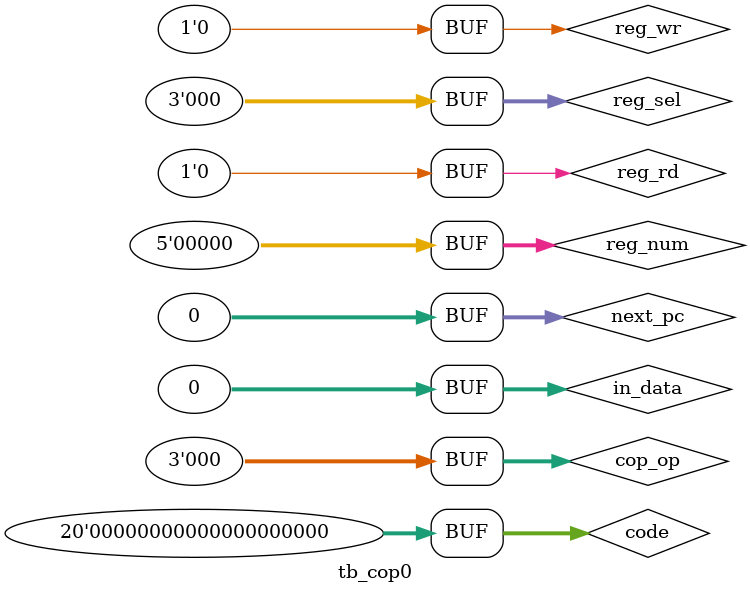
<source format=v>
`timescale 1ns / 1ps


module tb_cop0;

// Inputs
reg [4:0] reg_num;
reg [2:0] reg_sel;
reg [31:0] in_data;
reg [31:0] next_pc;
reg reg_wr;
reg reg_rd;
reg [2:0] cop_op;
reg [19:0] code;

// Outputs
wire [31:0] out_data;

// Instantiate the Unit Under Test (UUT)
cop uut (
        .reg_num(reg_num),
        .reg_sel(reg_sel),
        .in_data(in_data),
        .next_pc(next_pc),
        .reg_wr(reg_wr),
        .reg_rd(reg_rd),
        .cop_op(cop_op),
        .code(code),
        .out_data(out_data)
    );

initial begin
    // Initialize Inputs
    reg_num = 0;
    reg_sel = 0;
    in_data = 0;
    next_pc = 0;
    reg_wr = 0;
    reg_rd = 0;
    cop_op = 0;
    code = 0;

    // Wait 100 ns for global reset to finish
    #100;

    // Add stimulus here

end

endmodule


</source>
